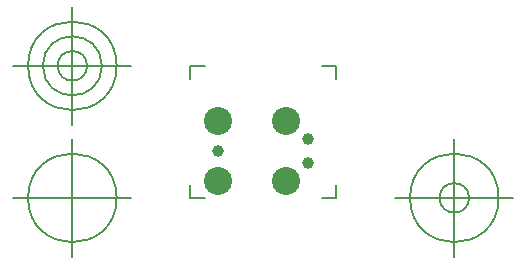
<source format=gbr>
G04 Generated by Ultiboard 11.0 *
%FSLAX25Y25*%
%MOIN*%

%ADD10C,0.00500*%
%ADD11C,0.03900*%
%ADD12C,0.09350*%


G04 ColorRGB 9900CC for the following layer *
%LNSolder Mask Bottom*%
%LPD*%
%FSLAX25Y25*%
%MOIN*%
G54D10*
X-23292Y-13675D02*
X-23292Y-9272D01*
X-23292Y-13675D02*
X-18434Y-13675D01*
X25293Y-13675D02*
X20434Y-13675D01*
X25293Y-13675D02*
X25293Y-9272D01*
X25293Y30353D02*
X25293Y25950D01*
X25293Y30353D02*
X20434Y30353D01*
X-23292Y30353D02*
X-18434Y30353D01*
X-23292Y30353D02*
X-23292Y25950D01*
X-42978Y-13675D02*
X-82348Y-13675D01*
X-62663Y-33360D02*
X-62663Y6010D01*
X-77426Y-13675D02*
G75*
D01*
G02X-77426Y-13675I14764J0*
G01*
X44978Y-13675D02*
X84348Y-13675D01*
X64663Y-33360D02*
X64663Y6010D01*
X49899Y-13675D02*
G75*
D01*
G02X49899Y-13675I14764J0*
G01*
X59741Y-13675D02*
G75*
D01*
G02X59741Y-13675I4921J0*
G01*
X-42978Y30353D02*
X-82348Y30353D01*
X-62663Y10668D02*
X-62663Y50038D01*
X-77426Y30353D02*
G75*
D01*
G02X-77426Y30353I14764J0*
G01*
X-72505Y30353D02*
G75*
D01*
G02X-72505Y30353I9843J0*
G01*
X-67584Y30353D02*
G75*
D01*
G02X-67584Y30353I4921J0*
G01*
G54D11*
X-14000Y2000D03*
X16000Y-2000D03*
X16000Y6000D03*
G54D12*
X-14000Y-8000D03*
X-14000Y12000D03*
X8500Y-8000D03*
X8500Y12000D03*

M00*

</source>
